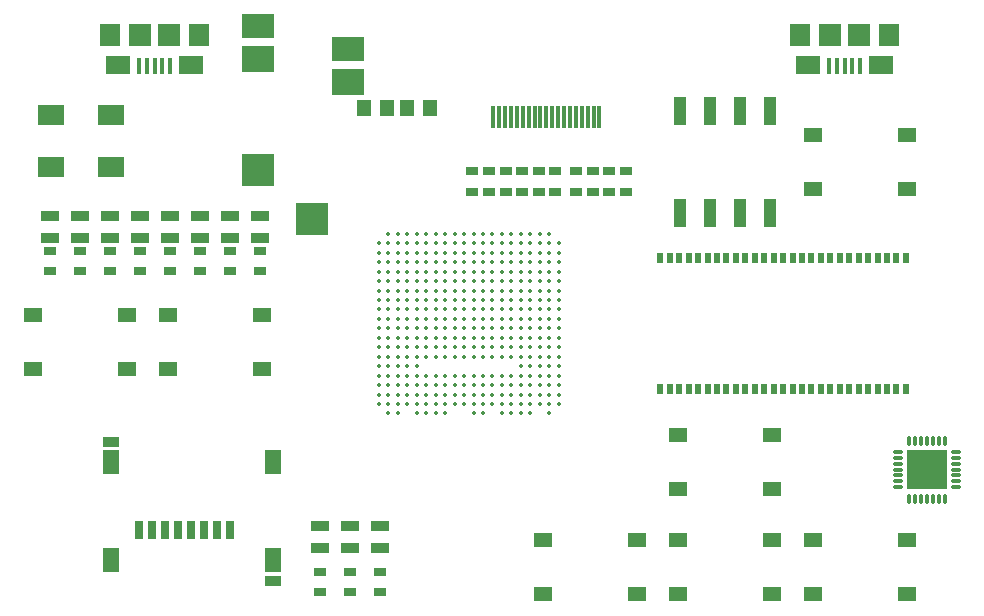
<source format=gtp>
G04 #@! TF.GenerationSoftware,KiCad,Pcbnew,5.0.0-rc2+dfsg1-3*
G04 #@! TF.CreationDate,2018-07-05T14:42:17+02:00*
G04 #@! TF.ProjectId,ulx3s,756C7833732E6B696361645F70636200,rev?*
G04 #@! TF.SameCoordinates,Original*
G04 #@! TF.FileFunction,Paste,Top*
G04 #@! TF.FilePolarity,Positive*
%FSLAX46Y46*%
G04 Gerber Fmt 4.6, Leading zero omitted, Abs format (unit mm)*
G04 Created by KiCad (PCBNEW 5.0.0-rc2+dfsg1-3) date Thu Jul  5 14:42:17 2018*
%MOMM*%
%LPD*%
G01*
G04 APERTURE LIST*
%ADD10R,1.120000X2.440000*%
%ADD11R,0.560000X0.900000*%
%ADD12O,0.850000X0.300000*%
%ADD13O,0.300000X0.850000*%
%ADD14R,1.675000X1.675000*%
%ADD15C,0.350000*%
%ADD16R,2.800000X2.000000*%
%ADD17R,2.800000X2.200000*%
%ADD18R,2.800000X2.800000*%
%ADD19R,0.700000X1.500000*%
%ADD20R,1.450000X0.900000*%
%ADD21R,1.450000X2.000000*%
%ADD22R,2.200000X1.800000*%
%ADD23R,1.000000X0.670000*%
%ADD24R,1.500000X0.970000*%
%ADD25R,0.300000X1.900000*%
%ADD26R,1.295000X1.400000*%
%ADD27R,1.800000X1.900000*%
%ADD28R,0.400000X1.350000*%
%ADD29R,1.900000X1.900000*%
%ADD30R,2.100000X1.600000*%
%ADD31R,1.550000X1.300000*%
G04 APERTURE END LIST*
D10*
G04 #@! TO.C,SW1*
X156330000Y-69815000D03*
X163950000Y-78425000D03*
X158870000Y-69815000D03*
X161410000Y-78425000D03*
X161410000Y-69815000D03*
X158870000Y-78425000D03*
X163950000Y-69815000D03*
X156330000Y-78425000D03*
G04 #@! TD*
D11*
G04 #@! TO.C,U2*
X175493000Y-82270000D03*
X154693000Y-93330000D03*
X155493000Y-93330000D03*
X156293000Y-93330000D03*
X157093000Y-93330000D03*
X157893000Y-93330000D03*
X158693000Y-93330000D03*
X159493000Y-93330000D03*
X160293000Y-93330000D03*
X161093000Y-93330000D03*
X161893000Y-93330000D03*
X162693000Y-93330000D03*
X163493000Y-93330000D03*
X164293000Y-93330000D03*
X165093000Y-93330000D03*
X165893000Y-93330000D03*
X166693000Y-93330000D03*
X167493000Y-93330000D03*
X168293000Y-93330000D03*
X169093000Y-93330000D03*
X169893000Y-93330000D03*
X170693000Y-93330000D03*
X171493000Y-93330000D03*
X172293000Y-93330000D03*
X173093000Y-93330000D03*
X173893000Y-93330000D03*
X174693000Y-93330000D03*
X175493000Y-93330000D03*
X174693000Y-82270000D03*
X173893000Y-82270000D03*
X173093000Y-82270000D03*
X172293000Y-82270000D03*
X171493000Y-82270000D03*
X170693000Y-82270000D03*
X169893000Y-82270000D03*
X169093000Y-82270000D03*
X168293000Y-82270000D03*
X167493000Y-82270000D03*
X166693000Y-82270000D03*
X165893000Y-82270000D03*
X165093000Y-82270000D03*
X164293000Y-82270000D03*
X163493000Y-82270000D03*
X162693000Y-82270000D03*
X161893000Y-82270000D03*
X161093000Y-82270000D03*
X160293000Y-82270000D03*
X159493000Y-82270000D03*
X158693000Y-82270000D03*
X157893000Y-82270000D03*
X157093000Y-82270000D03*
X156293000Y-82270000D03*
X155493000Y-82270000D03*
X154693000Y-82270000D03*
G04 #@! TD*
D12*
G04 #@! TO.C,U8*
X179735000Y-101655000D03*
X179735000Y-101155000D03*
X179735000Y-100655000D03*
X179735000Y-100155000D03*
X179735000Y-99655000D03*
X179735000Y-99155000D03*
X179735000Y-98655000D03*
D13*
X178785000Y-97705000D03*
X178285000Y-97705000D03*
X177785000Y-97705000D03*
X177285000Y-97705000D03*
X176785000Y-97705000D03*
X176285000Y-97705000D03*
X175785000Y-97705000D03*
D12*
X174835000Y-98655000D03*
X174835000Y-99155000D03*
X174835000Y-99655000D03*
X174835000Y-100155000D03*
X174835000Y-100655000D03*
X174835000Y-101155000D03*
X174835000Y-101655000D03*
D13*
X175785000Y-102605000D03*
X176285000Y-102605000D03*
X176785000Y-102605000D03*
X177285000Y-102605000D03*
X177785000Y-102605000D03*
X178285000Y-102605000D03*
X178785000Y-102605000D03*
D14*
X176447500Y-99317500D03*
X176447500Y-100992500D03*
X178122500Y-99317500D03*
X178122500Y-100992500D03*
G04 #@! TD*
D15*
G04 #@! TO.C,U1*
X131680000Y-80200000D03*
X132480000Y-80200000D03*
X133280000Y-80200000D03*
X134080000Y-80200000D03*
X134880000Y-80200000D03*
X135680000Y-80200000D03*
X136480000Y-80200000D03*
X137280000Y-80200000D03*
X138080000Y-80200000D03*
X138880000Y-80200000D03*
X139680000Y-80200000D03*
X140480000Y-80200000D03*
X141280000Y-80200000D03*
X142080000Y-80200000D03*
X142880000Y-80200000D03*
X143680000Y-80200000D03*
X144480000Y-80200000D03*
X145280000Y-80200000D03*
X130880000Y-81000000D03*
X131680000Y-81000000D03*
X132480000Y-81000000D03*
X133280000Y-81000000D03*
X134080000Y-81000000D03*
X134880000Y-81000000D03*
X135680000Y-81000000D03*
X136480000Y-81000000D03*
X137280000Y-81000000D03*
X138080000Y-81000000D03*
X138880000Y-81000000D03*
X139680000Y-81000000D03*
X140480000Y-81000000D03*
X141280000Y-81000000D03*
X142080000Y-81000000D03*
X142880000Y-81000000D03*
X143680000Y-81000000D03*
X144480000Y-81000000D03*
X145280000Y-81000000D03*
X146080000Y-81000000D03*
X130880000Y-81800000D03*
X131680000Y-81800000D03*
X132480000Y-81800000D03*
X133280000Y-81800000D03*
X134080000Y-81800000D03*
X134880000Y-81800000D03*
X135680000Y-81800000D03*
X136480000Y-81800000D03*
X137280000Y-81800000D03*
X138080000Y-81800000D03*
X138880000Y-81800000D03*
X139680000Y-81800000D03*
X140480000Y-81800000D03*
X141280000Y-81800000D03*
X142080000Y-81800000D03*
X142880000Y-81800000D03*
X143680000Y-81800000D03*
X144480000Y-81800000D03*
X145280000Y-81800000D03*
X146080000Y-81800000D03*
X130880000Y-82600000D03*
X131680000Y-82600000D03*
X132480000Y-82600000D03*
X133280000Y-82600000D03*
X134080000Y-82600000D03*
X134880000Y-82600000D03*
X135680000Y-82600000D03*
X136480000Y-82600000D03*
X137280000Y-82600000D03*
X138080000Y-82600000D03*
X138880000Y-82600000D03*
X139680000Y-82600000D03*
X140480000Y-82600000D03*
X141280000Y-82600000D03*
X142080000Y-82600000D03*
X142880000Y-82600000D03*
X143680000Y-82600000D03*
X144480000Y-82600000D03*
X145280000Y-82600000D03*
X146080000Y-82600000D03*
X130880000Y-83400000D03*
X131680000Y-83400000D03*
X132480000Y-83400000D03*
X133280000Y-83400000D03*
X134080000Y-83400000D03*
X134880000Y-83400000D03*
X135680000Y-83400000D03*
X136480000Y-83400000D03*
X137280000Y-83400000D03*
X138080000Y-83400000D03*
X138880000Y-83400000D03*
X139680000Y-83400000D03*
X140480000Y-83400000D03*
X141280000Y-83400000D03*
X142080000Y-83400000D03*
X142880000Y-83400000D03*
X143680000Y-83400000D03*
X144480000Y-83400000D03*
X145280000Y-83400000D03*
X146080000Y-83400000D03*
X130880000Y-84200000D03*
X131680000Y-84200000D03*
X132480000Y-84200000D03*
X133280000Y-84200000D03*
X134080000Y-84200000D03*
X134880000Y-84200000D03*
X135680000Y-84200000D03*
X136480000Y-84200000D03*
X137280000Y-84200000D03*
X138080000Y-84200000D03*
X138880000Y-84200000D03*
X139680000Y-84200000D03*
X140480000Y-84200000D03*
X141280000Y-84200000D03*
X142080000Y-84200000D03*
X142880000Y-84200000D03*
X143680000Y-84200000D03*
X144480000Y-84200000D03*
X145280000Y-84200000D03*
X146080000Y-84200000D03*
X130880000Y-85000000D03*
X131680000Y-85000000D03*
X132480000Y-85000000D03*
X133280000Y-85000000D03*
X134080000Y-85000000D03*
X134880000Y-85000000D03*
X135680000Y-85000000D03*
X136480000Y-85000000D03*
X137280000Y-85000000D03*
X138080000Y-85000000D03*
X138880000Y-85000000D03*
X139680000Y-85000000D03*
X140480000Y-85000000D03*
X141280000Y-85000000D03*
X142080000Y-85000000D03*
X142880000Y-85000000D03*
X143680000Y-85000000D03*
X144480000Y-85000000D03*
X145280000Y-85000000D03*
X146080000Y-85000000D03*
X130880000Y-85800000D03*
X131680000Y-85800000D03*
X132480000Y-85800000D03*
X133280000Y-85800000D03*
X134080000Y-85800000D03*
X134880000Y-85800000D03*
X135680000Y-85800000D03*
X136480000Y-85800000D03*
X137280000Y-85800000D03*
X138080000Y-85800000D03*
X138880000Y-85800000D03*
X139680000Y-85800000D03*
X140480000Y-85800000D03*
X141280000Y-85800000D03*
X142080000Y-85800000D03*
X142880000Y-85800000D03*
X143680000Y-85800000D03*
X144480000Y-85800000D03*
X145280000Y-85800000D03*
X146080000Y-85800000D03*
X130880000Y-86600000D03*
X131680000Y-86600000D03*
X132480000Y-86600000D03*
X133280000Y-86600000D03*
X134080000Y-86600000D03*
X134880000Y-86600000D03*
X135680000Y-86600000D03*
X136480000Y-86600000D03*
X137280000Y-86600000D03*
X138080000Y-86600000D03*
X138880000Y-86600000D03*
X139680000Y-86600000D03*
X140480000Y-86600000D03*
X141280000Y-86600000D03*
X142080000Y-86600000D03*
X142880000Y-86600000D03*
X143680000Y-86600000D03*
X144480000Y-86600000D03*
X145280000Y-86600000D03*
X146080000Y-86600000D03*
X130880000Y-87400000D03*
X131680000Y-87400000D03*
X132480000Y-87400000D03*
X133280000Y-87400000D03*
X134080000Y-87400000D03*
X134880000Y-87400000D03*
X135680000Y-87400000D03*
X136480000Y-87400000D03*
X137280000Y-87400000D03*
X138080000Y-87400000D03*
X138880000Y-87400000D03*
X139680000Y-87400000D03*
X140480000Y-87400000D03*
X141280000Y-87400000D03*
X142080000Y-87400000D03*
X142880000Y-87400000D03*
X143680000Y-87400000D03*
X144480000Y-87400000D03*
X145280000Y-87400000D03*
X146080000Y-87400000D03*
X130880000Y-88200000D03*
X131680000Y-88200000D03*
X132480000Y-88200000D03*
X133280000Y-88200000D03*
X134080000Y-88200000D03*
X134880000Y-88200000D03*
X135680000Y-88200000D03*
X136480000Y-88200000D03*
X137280000Y-88200000D03*
X138080000Y-88200000D03*
X138880000Y-88200000D03*
X139680000Y-88200000D03*
X140480000Y-88200000D03*
X141280000Y-88200000D03*
X142080000Y-88200000D03*
X142880000Y-88200000D03*
X143680000Y-88200000D03*
X144480000Y-88200000D03*
X145280000Y-88200000D03*
X146080000Y-88200000D03*
X130880000Y-89000000D03*
X131680000Y-89000000D03*
X132480000Y-89000000D03*
X133280000Y-89000000D03*
X134080000Y-89000000D03*
X134880000Y-89000000D03*
X135680000Y-89000000D03*
X136480000Y-89000000D03*
X137280000Y-89000000D03*
X138080000Y-89000000D03*
X138880000Y-89000000D03*
X139680000Y-89000000D03*
X140480000Y-89000000D03*
X141280000Y-89000000D03*
X142080000Y-89000000D03*
X142880000Y-89000000D03*
X143680000Y-89000000D03*
X144480000Y-89000000D03*
X145280000Y-89000000D03*
X146080000Y-89000000D03*
X130880000Y-89800000D03*
X131680000Y-89800000D03*
X132480000Y-89800000D03*
X133280000Y-89800000D03*
X134080000Y-89800000D03*
X134880000Y-89800000D03*
X135680000Y-89800000D03*
X136480000Y-89800000D03*
X137280000Y-89800000D03*
X138080000Y-89800000D03*
X138880000Y-89800000D03*
X139680000Y-89800000D03*
X140480000Y-89800000D03*
X141280000Y-89800000D03*
X142080000Y-89800000D03*
X142880000Y-89800000D03*
X143680000Y-89800000D03*
X144480000Y-89800000D03*
X145280000Y-89800000D03*
X146080000Y-89800000D03*
X130880000Y-90600000D03*
X131680000Y-90600000D03*
X132480000Y-90600000D03*
X133280000Y-90600000D03*
X134080000Y-90600000D03*
X134880000Y-90600000D03*
X135680000Y-90600000D03*
X136480000Y-90600000D03*
X137280000Y-90600000D03*
X138080000Y-90600000D03*
X138880000Y-90600000D03*
X139680000Y-90600000D03*
X140480000Y-90600000D03*
X141280000Y-90600000D03*
X142080000Y-90600000D03*
X142880000Y-90600000D03*
X143680000Y-90600000D03*
X144480000Y-90600000D03*
X145280000Y-90600000D03*
X146080000Y-90600000D03*
X130880000Y-91400000D03*
X131680000Y-91400000D03*
X132480000Y-91400000D03*
X133280000Y-91400000D03*
X134080000Y-91400000D03*
X142880000Y-91400000D03*
X143680000Y-91400000D03*
X144480000Y-91400000D03*
X145280000Y-91400000D03*
X146080000Y-91400000D03*
X130880000Y-92200000D03*
X131680000Y-92200000D03*
X132480000Y-92200000D03*
X133280000Y-92200000D03*
X134080000Y-92200000D03*
X134880000Y-92200000D03*
X135680000Y-92200000D03*
X136480000Y-92200000D03*
X137280000Y-92200000D03*
X138080000Y-92200000D03*
X138880000Y-92200000D03*
X139680000Y-92200000D03*
X140480000Y-92200000D03*
X141280000Y-92200000D03*
X142080000Y-92200000D03*
X142880000Y-92200000D03*
X143680000Y-92200000D03*
X144480000Y-92200000D03*
X145280000Y-92200000D03*
X146080000Y-92200000D03*
X130880000Y-93000000D03*
X131680000Y-93000000D03*
X132480000Y-93000000D03*
X133280000Y-93000000D03*
X134080000Y-93000000D03*
X134880000Y-93000000D03*
X135680000Y-93000000D03*
X136480000Y-93000000D03*
X137280000Y-93000000D03*
X138080000Y-93000000D03*
X138880000Y-93000000D03*
X139680000Y-93000000D03*
X140480000Y-93000000D03*
X141280000Y-93000000D03*
X142080000Y-93000000D03*
X142880000Y-93000000D03*
X143680000Y-93000000D03*
X144480000Y-93000000D03*
X145280000Y-93000000D03*
X146080000Y-93000000D03*
X130880000Y-93800000D03*
X131680000Y-93800000D03*
X132480000Y-93800000D03*
X133280000Y-93800000D03*
X134080000Y-93800000D03*
X134880000Y-93800000D03*
X135680000Y-93800000D03*
X136480000Y-93800000D03*
X137280000Y-93800000D03*
X138080000Y-93800000D03*
X138880000Y-93800000D03*
X139680000Y-93800000D03*
X140480000Y-93800000D03*
X141280000Y-93800000D03*
X142080000Y-93800000D03*
X142880000Y-93800000D03*
X143680000Y-93800000D03*
X144480000Y-93800000D03*
X145280000Y-93800000D03*
X146080000Y-93800000D03*
X130880000Y-94600000D03*
X131680000Y-94600000D03*
X132480000Y-94600000D03*
X133280000Y-94600000D03*
X134080000Y-94600000D03*
X134880000Y-94600000D03*
X135680000Y-94600000D03*
X136480000Y-94600000D03*
X137280000Y-94600000D03*
X138080000Y-94600000D03*
X138880000Y-94600000D03*
X139680000Y-94600000D03*
X140480000Y-94600000D03*
X141280000Y-94600000D03*
X142080000Y-94600000D03*
X142880000Y-94600000D03*
X143680000Y-94600000D03*
X144480000Y-94600000D03*
X145280000Y-94600000D03*
X146080000Y-94600000D03*
X131680000Y-95400000D03*
X132480000Y-95400000D03*
X134080000Y-95400000D03*
X134880000Y-95400000D03*
X135680000Y-95400000D03*
X136480000Y-95400000D03*
X138880000Y-95400000D03*
X139680000Y-95400000D03*
X141280000Y-95400000D03*
X142080000Y-95400000D03*
X142880000Y-95400000D03*
X143680000Y-95400000D03*
X145280000Y-95400000D03*
G04 #@! TD*
D16*
G04 #@! TO.C,AUDIO1*
X120668000Y-62618000D03*
D17*
X120668000Y-65418000D03*
D18*
X120668000Y-74818000D03*
X125218000Y-78918000D03*
D17*
X128268000Y-67318000D03*
D16*
X128268000Y-64518000D03*
G04 #@! TD*
D19*
G04 #@! TO.C,SD1*
X118250000Y-105250000D03*
X117150000Y-105250000D03*
X116050000Y-105250000D03*
X114950000Y-105250000D03*
X113850000Y-105250000D03*
X112750000Y-105250000D03*
X111650000Y-105250000D03*
X110550000Y-105250000D03*
D20*
X121925000Y-109550000D03*
X108175000Y-97850000D03*
D21*
X108175000Y-107850000D03*
X121925000Y-107850000D03*
X121925000Y-99550000D03*
X108175000Y-99550000D03*
G04 #@! TD*
D22*
G04 #@! TO.C,Y1*
X108212000Y-70160000D03*
X103132000Y-70160000D03*
X103132000Y-74560000D03*
X108212000Y-74560000D03*
G04 #@! TD*
D23*
G04 #@! TO.C,C36*
X150361000Y-76646000D03*
X150361000Y-74896000D03*
G04 #@! TD*
G04 #@! TO.C,C37*
X151758000Y-74896000D03*
X151758000Y-76646000D03*
G04 #@! TD*
G04 #@! TO.C,C38*
X140201000Y-74896000D03*
X140201000Y-76646000D03*
G04 #@! TD*
G04 #@! TO.C,C39*
X142995000Y-76646000D03*
X142995000Y-74896000D03*
G04 #@! TD*
G04 #@! TO.C,C40*
X145789000Y-76646000D03*
X145789000Y-74896000D03*
G04 #@! TD*
G04 #@! TO.C,C41*
X148964000Y-74896000D03*
X148964000Y-76646000D03*
G04 #@! TD*
G04 #@! TO.C,C42*
X138742800Y-76638600D03*
X138742800Y-74888600D03*
G04 #@! TD*
G04 #@! TO.C,C43*
X141598000Y-74896000D03*
X141598000Y-76646000D03*
G04 #@! TD*
G04 #@! TO.C,C44*
X144392000Y-74896000D03*
X144392000Y-76646000D03*
G04 #@! TD*
G04 #@! TO.C,C45*
X147567000Y-76634000D03*
X147567000Y-74884000D03*
G04 #@! TD*
D24*
G04 #@! TO.C,D19*
X130930000Y-106825000D03*
X130930000Y-104915000D03*
G04 #@! TD*
G04 #@! TO.C,D0*
X120770000Y-78644000D03*
X120770000Y-80554000D03*
G04 #@! TD*
G04 #@! TO.C,D1*
X118230000Y-80554000D03*
X118230000Y-78644000D03*
G04 #@! TD*
G04 #@! TO.C,D2*
X115690000Y-78644000D03*
X115690000Y-80554000D03*
G04 #@! TD*
G04 #@! TO.C,D3*
X113150000Y-78644000D03*
X113150000Y-80554000D03*
G04 #@! TD*
G04 #@! TO.C,D4*
X110610000Y-80554000D03*
X110610000Y-78644000D03*
G04 #@! TD*
G04 #@! TO.C,D5*
X108070000Y-80554000D03*
X108070000Y-78644000D03*
G04 #@! TD*
G04 #@! TO.C,D6*
X105545000Y-78644000D03*
X105545000Y-80554000D03*
G04 #@! TD*
G04 #@! TO.C,D7*
X102990000Y-80554000D03*
X102990000Y-78644000D03*
G04 #@! TD*
G04 #@! TO.C,D18*
X128390000Y-106825000D03*
X128390000Y-104915000D03*
G04 #@! TD*
G04 #@! TO.C,D22*
X125850000Y-104915000D03*
X125850000Y-106825000D03*
G04 #@! TD*
D25*
G04 #@! TO.C,GPDI1*
X149546000Y-70312000D03*
X149046000Y-70312000D03*
X148546000Y-70312000D03*
X148046000Y-70312000D03*
X147546000Y-70312000D03*
X147046000Y-70312000D03*
X146546000Y-70312000D03*
X146046000Y-70312000D03*
X145546000Y-70312000D03*
X145046000Y-70312000D03*
X144546000Y-70312000D03*
X144046000Y-70312000D03*
X143546000Y-70312000D03*
X143046000Y-70312000D03*
X142546000Y-70312000D03*
X142046000Y-70312000D03*
X141546000Y-70312000D03*
X141046000Y-70312000D03*
X140546000Y-70312000D03*
G04 #@! TD*
D23*
G04 #@! TO.C,R41*
X120770000Y-83377000D03*
X120770000Y-81627000D03*
G04 #@! TD*
G04 #@! TO.C,R42*
X118230000Y-81627000D03*
X118230000Y-83377000D03*
G04 #@! TD*
G04 #@! TO.C,R43*
X115690000Y-83377000D03*
X115690000Y-81627000D03*
G04 #@! TD*
G04 #@! TO.C,R44*
X113150000Y-81627000D03*
X113150000Y-83377000D03*
G04 #@! TD*
G04 #@! TO.C,R45*
X110610000Y-81627000D03*
X110610000Y-83377000D03*
G04 #@! TD*
G04 #@! TO.C,R46*
X108070000Y-83377000D03*
X108070000Y-81627000D03*
G04 #@! TD*
G04 #@! TO.C,R47*
X105530000Y-81627000D03*
X105530000Y-83377000D03*
G04 #@! TD*
G04 #@! TO.C,R48*
X102990000Y-83377000D03*
X102990000Y-81627000D03*
G04 #@! TD*
G04 #@! TO.C,R36*
X128390000Y-110555000D03*
X128390000Y-108805000D03*
G04 #@! TD*
G04 #@! TO.C,R37*
X130930000Y-110555000D03*
X130930000Y-108805000D03*
G04 #@! TD*
G04 #@! TO.C,R62*
X125850000Y-108805000D03*
X125850000Y-110555000D03*
G04 #@! TD*
D26*
G04 #@! TO.C,RV2*
X131531500Y-69566000D03*
X129596500Y-69566000D03*
G04 #@! TD*
G04 #@! TO.C,RV3*
X133279500Y-69566000D03*
X135214500Y-69566000D03*
G04 #@! TD*
D27*
G04 #@! TO.C,US1*
X108080000Y-63325000D03*
X115680000Y-63325000D03*
D28*
X110580000Y-66000000D03*
X111230000Y-66000000D03*
X111880000Y-66000000D03*
X112530000Y-66000000D03*
X113180000Y-66000000D03*
D29*
X110680000Y-63325000D03*
X113080000Y-63325000D03*
D30*
X108780000Y-65875000D03*
X114980000Y-65875000D03*
G04 #@! TD*
G04 #@! TO.C,US2*
X173400000Y-65875000D03*
X167200000Y-65875000D03*
D29*
X171500000Y-63325000D03*
X169100000Y-63325000D03*
D28*
X171600000Y-66000000D03*
X170950000Y-66000000D03*
X170300000Y-66000000D03*
X169650000Y-66000000D03*
X169000000Y-66000000D03*
D27*
X174100000Y-63325000D03*
X166500000Y-63325000D03*
G04 #@! TD*
D31*
G04 #@! TO.C,B0*
X175550000Y-71870000D03*
X175550000Y-76370000D03*
X167590000Y-76370000D03*
X167590000Y-71870000D03*
G04 #@! TD*
G04 #@! TO.C,B1*
X109510000Y-91610000D03*
X109510000Y-87110000D03*
X101550000Y-87110000D03*
X101550000Y-91610000D03*
G04 #@! TD*
G04 #@! TO.C,B2*
X112980000Y-91610000D03*
X112980000Y-87110000D03*
X120940000Y-87110000D03*
X120940000Y-91610000D03*
G04 #@! TD*
G04 #@! TO.C,B3*
X164120000Y-101770000D03*
X164120000Y-97270000D03*
X156160000Y-97270000D03*
X156160000Y-101770000D03*
G04 #@! TD*
G04 #@! TO.C,B4*
X164120000Y-106160000D03*
X164120000Y-110660000D03*
X156160000Y-110660000D03*
X156160000Y-106160000D03*
G04 #@! TD*
G04 #@! TO.C,B5*
X144730000Y-106160000D03*
X144730000Y-110660000D03*
X152690000Y-110660000D03*
X152690000Y-106160000D03*
G04 #@! TD*
G04 #@! TO.C,B6*
X175550000Y-106160000D03*
X175550000Y-110660000D03*
X167590000Y-110660000D03*
X167590000Y-106160000D03*
G04 #@! TD*
M02*

</source>
